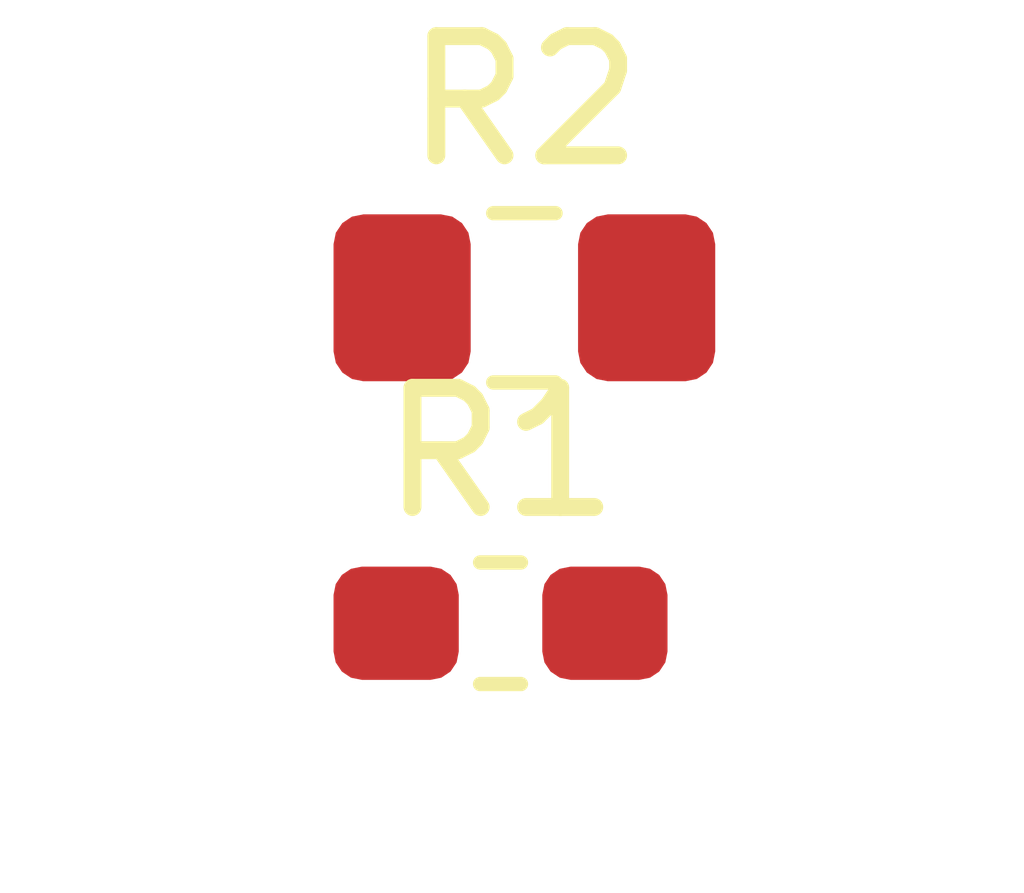
<source format=kicad_pcb>
(kicad_pcb (version 20171130) (host pcbnew 5.1.5-52549c5~86~ubuntu18.04.1)

  (general
    (thickness 1.6)
    (drawings 0)
    (tracks 0)
    (zones 0)
    (modules 2)
    (nets 1)
  )

  (page A4)
  (layers
    (0 F.Cu signal)
    (31 B.Cu signal)
    (32 B.Adhes user)
    (33 F.Adhes user)
    (34 B.Paste user)
    (35 F.Paste user)
    (36 B.SilkS user)
    (37 F.SilkS user)
    (38 B.Mask user)
    (39 F.Mask user)
    (40 Dwgs.User user)
    (41 Cmts.User user)
    (42 Eco1.User user)
    (43 Eco2.User user)
    (44 Edge.Cuts user)
    (45 Margin user)
    (46 B.CrtYd user)
    (47 F.CrtYd user)
    (48 B.Fab user)
    (49 F.Fab user)
  )

  (setup
    (last_trace_width 0.25)
    (trace_clearance 0.2)
    (zone_clearance 0.508)
    (zone_45_only no)
    (trace_min 0.2)
    (via_size 0.8)
    (via_drill 0.4)
    (via_min_size 0.4)
    (via_min_drill 0.3)
    (uvia_size 0.3)
    (uvia_drill 0.1)
    (uvias_allowed no)
    (uvia_min_size 0.2)
    (uvia_min_drill 0.1)
    (edge_width 0.05)
    (segment_width 0.2)
    (pcb_text_width 0.3)
    (pcb_text_size 1.5 1.5)
    (mod_edge_width 0.12)
    (mod_text_size 1 1)
    (mod_text_width 0.15)
    (pad_size 1.524 1.524)
    (pad_drill 0.762)
    (pad_to_mask_clearance 0.051)
    (solder_mask_min_width 0.25)
    (aux_axis_origin 0 0)
    (visible_elements FFFFFF7F)
    (pcbplotparams
      (layerselection 0x010fc_ffffffff)
      (usegerberextensions false)
      (usegerberattributes false)
      (usegerberadvancedattributes false)
      (creategerberjobfile false)
      (excludeedgelayer true)
      (linewidth 1.000000)
      (plotframeref false)
      (viasonmask false)
      (mode 1)
      (useauxorigin false)
      (hpglpennumber 1)
      (hpglpenspeed 20)
      (hpglpendiameter 15.000000)
      (psnegative false)
      (psa4output false)
      (plotreference true)
      (plotvalue true)
      (plotinvisibletext false)
      (padsonsilk false)
      (subtractmaskfromsilk false)
      (outputformat 1)
      (mirror false)
      (drillshape 1)
      (scaleselection 1)
      (outputdirectory ""))
  )

  (net 0 "")

  (net_class Default "This is the default net class."
    (clearance 0.2)
    (trace_width 0.25)
    (via_dia 0.8)
    (via_drill 0.4)
    (uvia_dia 0.3)
    (uvia_drill 0.1)
    (add_net "Net-(R1-Pad1)")
    (add_net "Net-(R1-Pad2)")
    (add_net "Net-(R2-Pad1)")
    (add_net "Net-(R2-Pad2)")
  )

  (module Resistor_SMD:R_0805_2012Metric_Pad1.15x1.40mm_HandSolder (layer F.Cu) (tedit 5B36C52B) (tstamp 5E8EDD1A)
    (at 25.2 23.27)
    (descr "Resistor SMD 0805 (2012 Metric), square (rectangular) end terminal, IPC_7351 nominal with elongated pad for handsoldering. (Body size source: https://docs.google.com/spreadsheets/d/1BsfQQcO9C6DZCsRaXUlFlo91Tg2WpOkGARC1WS5S8t0/edit?usp=sharing), generated with kicad-footprint-generator")
    (tags "resistor handsolder")
    (path /5E8EDFBA)
    (attr smd)
    (fp_text reference R2 (at 0 -1.65) (layer F.SilkS)
      (effects (font (size 1 1) (thickness 0.15)))
    )
    (fp_text value R103,0805 (at 0 1.65) (layer F.Fab)
      (effects (font (size 1 1) (thickness 0.15)))
    )
    (fp_text user %R (at 0 0) (layer F.Fab)
      (effects (font (size 0.5 0.5) (thickness 0.08)))
    )
    (fp_line (start 1.85 0.95) (end -1.85 0.95) (layer F.CrtYd) (width 0.05))
    (fp_line (start 1.85 -0.95) (end 1.85 0.95) (layer F.CrtYd) (width 0.05))
    (fp_line (start -1.85 -0.95) (end 1.85 -0.95) (layer F.CrtYd) (width 0.05))
    (fp_line (start -1.85 0.95) (end -1.85 -0.95) (layer F.CrtYd) (width 0.05))
    (fp_line (start -0.261252 0.71) (end 0.261252 0.71) (layer F.SilkS) (width 0.12))
    (fp_line (start -0.261252 -0.71) (end 0.261252 -0.71) (layer F.SilkS) (width 0.12))
    (fp_line (start 1 0.6) (end -1 0.6) (layer F.Fab) (width 0.1))
    (fp_line (start 1 -0.6) (end 1 0.6) (layer F.Fab) (width 0.1))
    (fp_line (start -1 -0.6) (end 1 -0.6) (layer F.Fab) (width 0.1))
    (fp_line (start -1 0.6) (end -1 -0.6) (layer F.Fab) (width 0.1))
    (pad 2 smd roundrect (at 1.025 0) (size 1.15 1.4) (layers F.Cu F.Paste F.Mask) (roundrect_rratio 0.217391))
    (pad 1 smd roundrect (at -1.025 0) (size 1.15 1.4) (layers F.Cu F.Paste F.Mask) (roundrect_rratio 0.217391))
    (model ${KISYS3DMOD}/Resistor_SMD.3dshapes/R_0805_2012Metric.wrl
      (at (xyz 0 0 0))
      (scale (xyz 1 1 1))
      (rotate (xyz 0 0 0))
    )
  )

  (module Resistor_SMD:R_0603_1608Metric_Pad1.05x0.95mm_HandSolder (layer F.Cu) (tedit 5B301BBD) (tstamp 5E8EDD09)
    (at 25 26)
    (descr "Resistor SMD 0603 (1608 Metric), square (rectangular) end terminal, IPC_7351 nominal with elongated pad for handsoldering. (Body size source: http://www.tortai-tech.com/upload/download/2011102023233369053.pdf), generated with kicad-footprint-generator")
    (tags "resistor handsolder")
    (path /5E8EDD31)
    (attr smd)
    (fp_text reference R1 (at 0 -1.43) (layer F.SilkS)
      (effects (font (size 1 1) (thickness 0.15)))
    )
    (fp_text value R103,0603 (at 0 1.43) (layer F.Fab)
      (effects (font (size 1 1) (thickness 0.15)))
    )
    (fp_text user %R (at 0 0) (layer F.Fab)
      (effects (font (size 0.4 0.4) (thickness 0.06)))
    )
    (fp_line (start 1.65 0.73) (end -1.65 0.73) (layer F.CrtYd) (width 0.05))
    (fp_line (start 1.65 -0.73) (end 1.65 0.73) (layer F.CrtYd) (width 0.05))
    (fp_line (start -1.65 -0.73) (end 1.65 -0.73) (layer F.CrtYd) (width 0.05))
    (fp_line (start -1.65 0.73) (end -1.65 -0.73) (layer F.CrtYd) (width 0.05))
    (fp_line (start -0.171267 0.51) (end 0.171267 0.51) (layer F.SilkS) (width 0.12))
    (fp_line (start -0.171267 -0.51) (end 0.171267 -0.51) (layer F.SilkS) (width 0.12))
    (fp_line (start 0.8 0.4) (end -0.8 0.4) (layer F.Fab) (width 0.1))
    (fp_line (start 0.8 -0.4) (end 0.8 0.4) (layer F.Fab) (width 0.1))
    (fp_line (start -0.8 -0.4) (end 0.8 -0.4) (layer F.Fab) (width 0.1))
    (fp_line (start -0.8 0.4) (end -0.8 -0.4) (layer F.Fab) (width 0.1))
    (pad 2 smd roundrect (at 0.875 0) (size 1.05 0.95) (layers F.Cu F.Paste F.Mask) (roundrect_rratio 0.25))
    (pad 1 smd roundrect (at -0.875 0) (size 1.05 0.95) (layers F.Cu F.Paste F.Mask) (roundrect_rratio 0.25))
    (model ${KISYS3DMOD}/Resistor_SMD.3dshapes/R_0603_1608Metric.wrl
      (at (xyz 0 0 0))
      (scale (xyz 1 1 1))
      (rotate (xyz 0 0 0))
    )
  )

)

</source>
